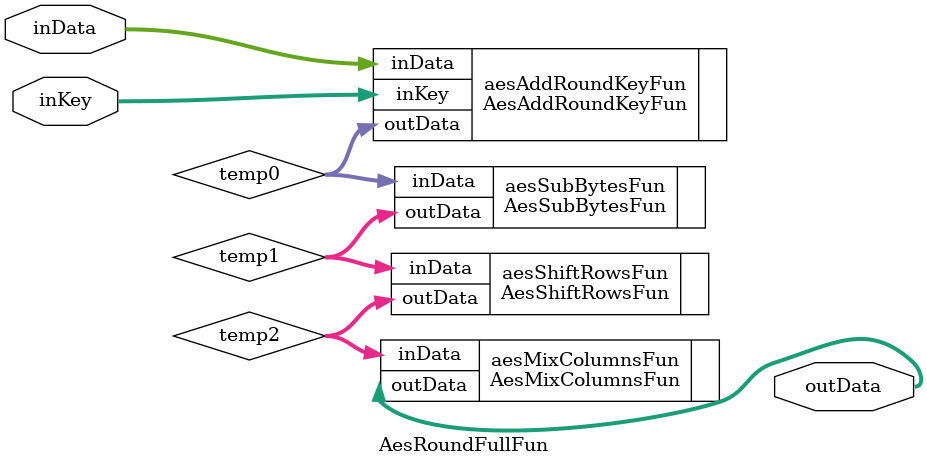
<source format=v>
module AesRoundFullFun (
	input	wire	[127:0]	inData,	
    input	wire	[127:0]	inKey,	
	output	wire	[127:0]	outData 
);    
	
wire [127:0] temp0;
wire [127:0] temp1;
wire [127:0] temp2;
	
AesAddRoundKeyFun 	aesAddRoundKeyFun 	(.inData(inData), .inKey(inKey), .outData(temp0));
AesSubBytesFun 		aesSubBytesFun 		(.inData(temp0), .outData(temp1));
AesShiftRowsFun 	aesShiftRowsFun		(.inData(temp1), .outData(temp2));
AesMixColumnsFun	aesMixColumnsFun	(.inData(temp2), .outData(outData));

endmodule 
</source>
